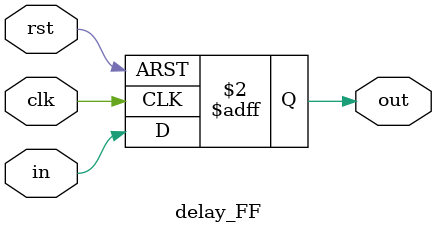
<source format=sv>
`ifndef _DELAY_FF
`define _DELAY_FF
module delay_FF(
    input clk, rst,
    input in,
    output logic out

);
always_ff @(posedge clk or posedge rst) begin
    if(rst) out <= 1'b0;
    else out <= in;
end
endmodule
`endif

</source>
